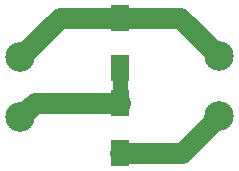
<source format=gtl>
G04 #@! TF.FileFunction,Copper,L1,Top,Signal*
%FSLAX46Y46*%
G04 Gerber Fmt 4.6, Leading zero omitted, Abs format (unit mm)*
G04 Created by KiCad (PCBNEW (2014-jul-16 BZR unknown)-product) date Sat 31 Jan 2015 01:48:02 PM EST*
%MOMM*%
G01*
G04 APERTURE LIST*
%ADD10C,0.100000*%
%ADD11R,1.550000X2.300000*%
%ADD12C,2.500000*%
%ADD13C,1.778000*%
%ADD14C,1.270000*%
G04 APERTURE END LIST*
D10*
D11*
X140400000Y-90050000D03*
X140400000Y-94350000D03*
X140400000Y-97250000D03*
X140400000Y-101550000D03*
D12*
X132000000Y-93400000D03*
X132000000Y-98480000D03*
X148800000Y-98400000D03*
X148800000Y-93320000D03*
D13*
X140400000Y-90050000D02*
X145530000Y-90050000D01*
X145530000Y-90050000D02*
X148800000Y-93320000D01*
X140400000Y-90050000D02*
X135350000Y-90050000D01*
X135350000Y-90050000D02*
X132000000Y-93400000D01*
D14*
X140400000Y-94350000D02*
X140400000Y-97250000D01*
D13*
X140400000Y-97250000D02*
X133230000Y-97250000D01*
X133230000Y-97250000D02*
X132000000Y-98480000D01*
X140400000Y-101550000D02*
X145650000Y-101550000D01*
X145650000Y-101550000D02*
X148800000Y-98400000D01*
M02*

</source>
